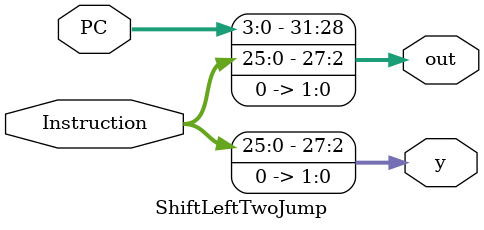
<source format=v>
module ShiftLeftTwoJump(
    input wire [25:0] Instruction,
    input wire [3:0] PC,
    output wire [31:0] out,
    output wire [27:0] y
);

    assign y = {{2'b00}, Instruction} << 2;
    assign out = {PC, y};

endmodule
</source>
